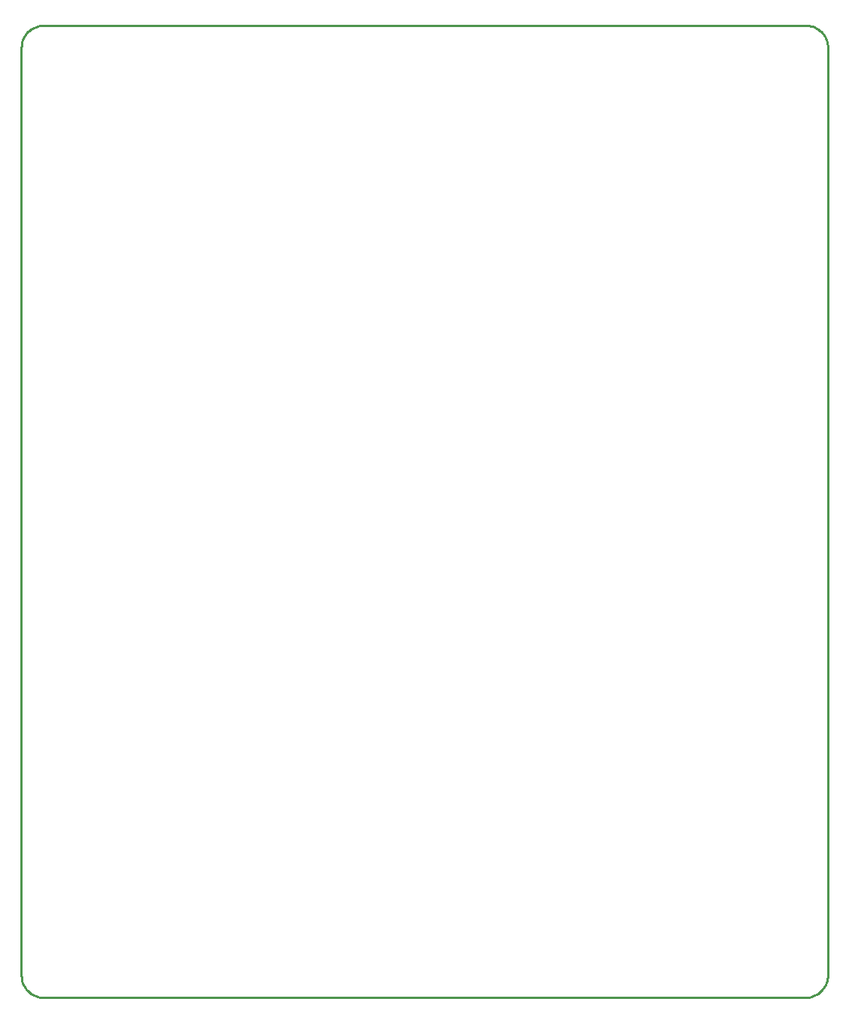
<source format=gko>
G04 EAGLE Gerber RS-274X export*
G75*
%MOMM*%
%FSLAX34Y34*%
%LPD*%
%INOUTINE*%
%IPPOS*%
%AMOC8*
5,1,8,0,0,1.08239X$1,22.5*%
G01*
%ADD10C,0.000000*%
%ADD11C,0.000009*%
%ADD12C,0.254000*%


D10*
X27500Y95000D02*
X885000Y95000D01*
X910500Y120500D02*
X910500Y1165000D01*
X885000Y1190000D02*
X27500Y1190000D01*
X2500Y1165000D02*
X2500Y120000D01*
D11*
X2500Y1165000D02*
X2507Y1165604D01*
X2529Y1166208D01*
X2566Y1166811D01*
X2617Y1167413D01*
X2682Y1168013D01*
X2762Y1168612D01*
X2857Y1169209D01*
X2966Y1169803D01*
X3089Y1170395D01*
X3226Y1170983D01*
X3378Y1171568D01*
X3544Y1172149D01*
X3724Y1172725D01*
X3917Y1173298D01*
X4125Y1173865D01*
X4346Y1174427D01*
X4580Y1174984D01*
X4828Y1175535D01*
X5089Y1176080D01*
X5364Y1176618D01*
X5651Y1177150D01*
X5951Y1177674D01*
X6263Y1178191D01*
X6588Y1178700D01*
X6925Y1179202D01*
X7275Y1179695D01*
X7636Y1180179D01*
X8008Y1180655D01*
X8392Y1181121D01*
X8787Y1181578D01*
X9193Y1182025D01*
X9610Y1182463D01*
X10037Y1182890D01*
X10475Y1183307D01*
X10922Y1183713D01*
X11379Y1184108D01*
X11845Y1184492D01*
X12321Y1184864D01*
X12805Y1185225D01*
X13298Y1185575D01*
X13800Y1185912D01*
X14309Y1186237D01*
X14826Y1186549D01*
X15350Y1186849D01*
X15882Y1187136D01*
X16420Y1187411D01*
X16965Y1187672D01*
X17516Y1187920D01*
X18073Y1188154D01*
X18635Y1188375D01*
X19202Y1188583D01*
X19775Y1188776D01*
X20351Y1188956D01*
X20932Y1189122D01*
X21517Y1189274D01*
X22105Y1189411D01*
X22697Y1189534D01*
X23291Y1189643D01*
X23888Y1189738D01*
X24487Y1189818D01*
X25087Y1189883D01*
X25689Y1189934D01*
X26292Y1189971D01*
X26896Y1189993D01*
X27500Y1190000D01*
X885000Y1190000D02*
X885610Y1189998D01*
X886220Y1189982D01*
X886830Y1189952D01*
X887438Y1189906D01*
X888045Y1189846D01*
X888651Y1189771D01*
X889255Y1189681D01*
X889856Y1189577D01*
X890454Y1189459D01*
X891050Y1189326D01*
X891642Y1189179D01*
X892231Y1189017D01*
X892815Y1188841D01*
X893395Y1188651D01*
X893970Y1188448D01*
X894540Y1188230D01*
X895105Y1187999D01*
X895664Y1187754D01*
X896216Y1187495D01*
X896763Y1187224D01*
X897302Y1186939D01*
X897835Y1186641D01*
X898360Y1186331D01*
X898878Y1186008D01*
X899388Y1185672D01*
X899889Y1185324D01*
X900382Y1184965D01*
X900866Y1184593D01*
X901341Y1184210D01*
X901807Y1183815D01*
X902262Y1183410D01*
X902708Y1182993D01*
X903144Y1182566D01*
X903569Y1182129D01*
X903984Y1181681D01*
X904388Y1181223D01*
X904780Y1180756D01*
X905161Y1180279D01*
X905531Y1179794D01*
X905888Y1179299D01*
X906234Y1178796D01*
X906567Y1178285D01*
X906888Y1177766D01*
X907196Y1177239D01*
X907491Y1176706D01*
X907774Y1176165D01*
X908043Y1175617D01*
X908299Y1175063D01*
X908541Y1174503D01*
X908770Y1173937D01*
X908985Y1173366D01*
X909187Y1172790D01*
X909374Y1172210D01*
X909547Y1171625D01*
X909706Y1171035D01*
X909851Y1170443D01*
X909981Y1169846D01*
X910097Y1169247D01*
X910199Y1168646D01*
X910286Y1168042D01*
X910358Y1167436D01*
X910415Y1166828D01*
X910458Y1166220D01*
X910486Y1165610D01*
X910500Y1165000D01*
X910500Y120500D02*
X910493Y119884D01*
X910470Y119268D01*
X910433Y118653D01*
X910381Y118039D01*
X910314Y117426D01*
X910232Y116816D01*
X910136Y116207D01*
X910025Y115601D01*
X909899Y114998D01*
X909759Y114397D01*
X909604Y113801D01*
X909435Y113208D01*
X909252Y112620D01*
X909054Y112036D01*
X908843Y111458D01*
X908617Y110884D01*
X908378Y110316D01*
X908125Y109754D01*
X907859Y109199D01*
X907579Y108650D01*
X907286Y108107D01*
X906980Y107573D01*
X906661Y107045D01*
X906330Y106526D01*
X905986Y106014D01*
X905630Y105511D01*
X905262Y105017D01*
X904882Y104532D01*
X904490Y104057D01*
X904087Y103590D01*
X903673Y103134D01*
X903248Y102688D01*
X902812Y102252D01*
X902366Y101827D01*
X901910Y101413D01*
X901443Y101010D01*
X900968Y100618D01*
X900483Y100238D01*
X899989Y99870D01*
X899486Y99514D01*
X898974Y99170D01*
X898455Y98839D01*
X897927Y98520D01*
X897393Y98214D01*
X896850Y97921D01*
X896301Y97641D01*
X895746Y97375D01*
X895184Y97122D01*
X894616Y96883D01*
X894042Y96657D01*
X893464Y96446D01*
X892880Y96248D01*
X892292Y96065D01*
X891699Y95896D01*
X891103Y95741D01*
X890502Y95601D01*
X889899Y95475D01*
X889293Y95364D01*
X888684Y95268D01*
X888074Y95186D01*
X887461Y95119D01*
X886847Y95067D01*
X886232Y95030D01*
X885616Y95007D01*
X885000Y95000D01*
X27500Y95000D02*
X26896Y95007D01*
X26292Y95029D01*
X25689Y95066D01*
X25087Y95117D01*
X24487Y95182D01*
X23888Y95262D01*
X23291Y95357D01*
X22697Y95466D01*
X22105Y95589D01*
X21517Y95726D01*
X20932Y95878D01*
X20351Y96044D01*
X19775Y96224D01*
X19202Y96417D01*
X18635Y96625D01*
X18073Y96846D01*
X17516Y97080D01*
X16965Y97328D01*
X16420Y97589D01*
X15882Y97864D01*
X15350Y98151D01*
X14826Y98451D01*
X14309Y98763D01*
X13800Y99088D01*
X13298Y99425D01*
X12805Y99775D01*
X12321Y100136D01*
X11845Y100508D01*
X11379Y100892D01*
X10922Y101287D01*
X10475Y101693D01*
X10037Y102110D01*
X9610Y102537D01*
X9193Y102975D01*
X8787Y103422D01*
X8392Y103879D01*
X8008Y104345D01*
X7636Y104821D01*
X7275Y105305D01*
X6925Y105798D01*
X6588Y106300D01*
X6263Y106809D01*
X5951Y107326D01*
X5651Y107850D01*
X5364Y108382D01*
X5089Y108920D01*
X4828Y109465D01*
X4580Y110016D01*
X4346Y110573D01*
X4125Y111135D01*
X3917Y111702D01*
X3724Y112275D01*
X3544Y112851D01*
X3378Y113432D01*
X3226Y114017D01*
X3089Y114605D01*
X2966Y115197D01*
X2857Y115791D01*
X2762Y116388D01*
X2682Y116987D01*
X2617Y117587D01*
X2566Y118189D01*
X2529Y118792D01*
X2507Y119396D01*
X2500Y120000D01*
D12*
X2500Y120000D02*
X2595Y117821D01*
X2880Y115659D01*
X3352Y113530D01*
X4008Y111450D01*
X4842Y109435D01*
X5849Y107500D01*
X7021Y105661D01*
X8349Y103930D01*
X9822Y102322D01*
X11430Y100849D01*
X13161Y99521D01*
X15000Y98349D01*
X16935Y97342D01*
X18950Y96508D01*
X21030Y95852D01*
X23159Y95380D01*
X25321Y95095D01*
X27500Y95000D01*
X885000Y95000D01*
X887222Y95097D01*
X889428Y95387D01*
X891600Y95869D01*
X893722Y96538D01*
X895777Y97389D01*
X897750Y98416D01*
X899626Y99612D01*
X901391Y100966D01*
X903031Y102469D01*
X904534Y104109D01*
X905888Y105874D01*
X907084Y107750D01*
X908111Y109723D01*
X908962Y111779D01*
X909631Y113900D01*
X910113Y116072D01*
X910403Y118278D01*
X910500Y120500D01*
X910500Y1165000D01*
X910382Y1167200D01*
X910073Y1169381D01*
X909575Y1171527D01*
X908892Y1173621D01*
X908029Y1175648D01*
X906992Y1177592D01*
X905790Y1179438D01*
X904432Y1181172D01*
X902928Y1182781D01*
X901289Y1184253D01*
X899528Y1185577D01*
X897659Y1186742D01*
X895695Y1187740D01*
X893651Y1188563D01*
X891544Y1189204D01*
X889388Y1189660D01*
X887202Y1189926D01*
X885000Y1190000D01*
X27500Y1190000D01*
X25321Y1189905D01*
X23159Y1189620D01*
X21030Y1189148D01*
X18950Y1188492D01*
X16935Y1187658D01*
X15000Y1186651D01*
X13161Y1185479D01*
X11430Y1184151D01*
X9822Y1182678D01*
X8349Y1181070D01*
X7021Y1179339D01*
X5849Y1177500D01*
X4842Y1175565D01*
X4008Y1173551D01*
X3352Y1171470D01*
X2880Y1169341D01*
X2595Y1167179D01*
X2500Y1165000D01*
X2500Y120000D01*
M02*

</source>
